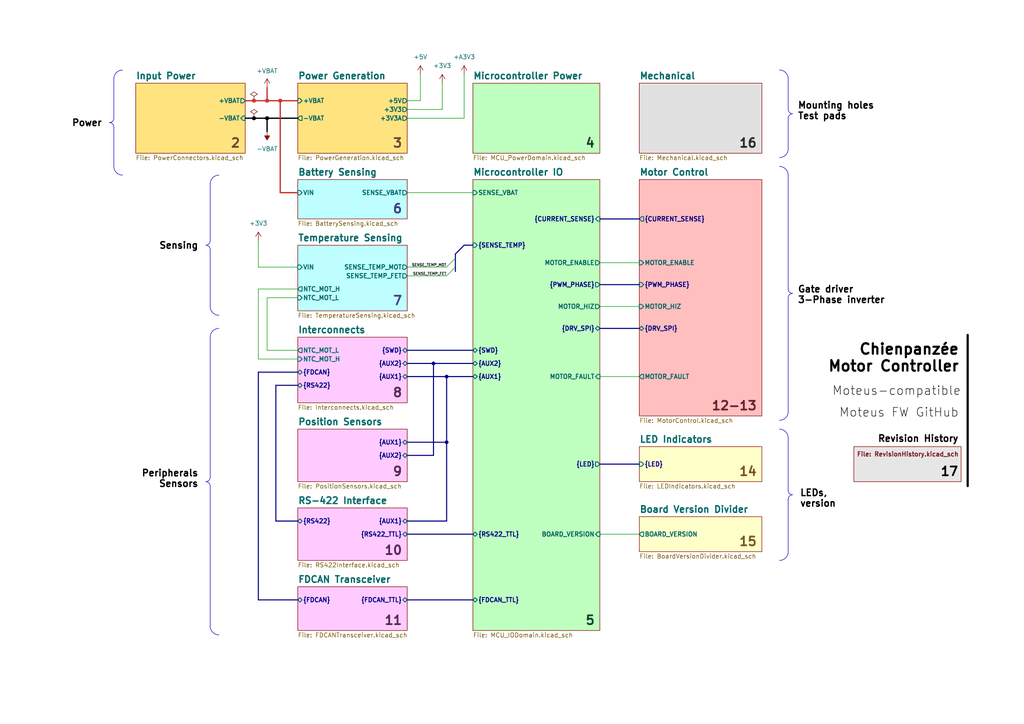
<source format=kicad_sch>
(kicad_sch (version 20230121) (generator eeschema)
  (paper "A4")
  (title_block (title "Controller Top Level") (date "2023-10-12") (company "EPFL Xplore") (comment 3 "Author: Vincent Nguyen"))
  (lib_symbols
    (symbol "0_power_symbols:+A3V3" (power) (pin_names (offset 0))
      (property "Value" "+A3V3" (at 0 3.556 0))
      (symbol "+A3V3_0_1"
        (polyline (pts (xy -0.762 1.27) (xy 0 2.54)))
        (polyline (pts (xy 0 0) (xy 0 2.54)))
        (polyline (pts (xy 0 2.54) (xy 0.762 1.27)))
      )
      (symbol "+A3V3_1_1"
        (pin power_in line (at 0 0 90) (length 0) hide (name "+A3V3") (number "1"))
      )
    )
    (symbol "0_power_symbols:+VBAT" (power) (pin_names (offset 0))
      (property "Value" "+VBAT" (at 0 3.556 0))
      (symbol "+VBAT_0_1"
        (polyline (pts (xy -0.762 1.27) (xy 0 2.54)))
        (polyline (pts (xy 0 0) (xy 0 2.54)))
        (polyline (pts (xy 0 2.54) (xy 0.762 1.27)))
      )
      (symbol "+VBAT_1_1"
        (pin power_in line (at 0 0 90) (length 0) hide (name "+VBAT") (number "1"))
      )
    )
    (symbol "0_power_symbols:-VBAT" (power) (pin_names (offset 0))
      (property "Value" "-VBAT" (at 0 3.81 0))
      (symbol "-VBAT_0_1"
        (polyline (pts (xy 0 0) (xy 0 1.27) (xy 0.762 1.27) (xy 0 2.54) (xy -0.762 1.27) (xy 0 1.27)) (fill (type outline)))
      )
      (symbol "-VBAT_1_0"
        (pin power_in line (at 0 0 90) (length 0) hide (name "-VBAT") (number "1"))
      )
    )
    (symbol "power:+3V3" (power) (pin_names (offset 0))
      (property "Value" "+3V3" (at 0 3.556 0))
      (symbol "+3V3_0_1"
        (polyline (pts (xy -0.762 1.27) (xy 0 2.54)))
        (polyline (pts (xy 0 0) (xy 0 2.54)))
        (polyline (pts (xy 0 2.54) (xy 0.762 1.27)))
      )
      (symbol "+3V3_1_1"
        (pin power_in line (at 0 0 90) (length 0) hide (name "+3V3") (number "1"))
      )
    )
    (symbol "power:+5V" (power) (pin_names (offset 0))
      (property "Value" "+5V" (at 0 3.556 0))
      (symbol "+5V_0_1"
        (polyline (pts (xy -0.762 1.27) (xy 0 2.54)))
        (polyline (pts (xy 0 0) (xy 0 2.54)))
        (polyline (pts (xy 0 2.54) (xy 0.762 1.27)))
      )
      (symbol "+5V_1_1"
        (pin power_in line (at 0 0 90) (length 0) hide (name "+5V") (number "1"))
      )
    )
    (symbol "power:PWR_FLAG" (power) (pin_numbers hide) (pin_names (offset 0) hide)
      (property "Value" "PWR_FLAG" (at 0 3.81 0))
      (symbol "PWR_FLAG_0_0"
        (pin power_out line (at 0 0 90) (length 0) (name "pwr") (number "1"))
      )
      (symbol "PWR_FLAG_0_1"
        (polyline (pts (xy 0 0) (xy 0 1.27) (xy -1.016 1.905) (xy 0 2.54) (xy 1.016 1.905) (xy 0 1.27)))
      )
    )
  )
  (bus_alias "DRV_SPI" (members "DRV_SCLK" "DRV_MISO" "DRV_MOSI" "DRV_CS"))
  (bus_alias "FDCAN_TTL" (members "FDCAN_RX" "FDCAN_TX"))
  (bus_alias "LED" (members "LED1" "LED2"))
  (bus_alias "PWM_PHASE" (members "PWM_PHASEA" "PWM_PHASEB" "PWM_PHASEC"))
  (bus_alias "FDCAN" (members "FDCAN_P" "FDCAN_N"))
  (bus_alias "SWD" (members "SWCLK" "SWDIO" "NRST"))
  (bus_alias "RS422_TTL" (members "RS422_~{RE}" "RS422_DE"))
  (bus_alias "CURRENT_SENSE" (members "SOA" "SOB" "SOC"))
  (bus_alias "SENSE_TEMP" (members "SENSE_TEMP_MOT" "SENSE_TEMP_FET"))
  (bus_alias "AUX1" (members "AUX1_A" "AUX1_B" "AUX1_C" "AUX1_D" "AUX1_E" "AUX1_I2C_PULLUP" "POS_SENSOR_CS"))
  (bus_alias "RS422" (members "RS422_A" "RS422_B" "RS422_Y" "RS422_Z"))
  (bus_alias "AUX2" (members "AUX2_A" "AUX2_B" "AUX2_C" "AUX2_D" "AUX2_I2C_PULLUP"))
  (junction (at 129.54 128.27))
  (junction (at 73.66 29.21) (diameter 1.016) (color 200 50 50 1))
  (junction (at 77.47 34.29) (diameter 1.016) (color 0 0 0 1))
  (junction (at 73.66 34.29) (diameter 1.016) (color 0 0 0 1))
  (junction (at 77.47 29.21) (diameter 1.016) (color 200 50 50 1))
  (junction (at 81.28 29.21) (diameter 1.016) (color 200 50 50 1))
  (junction (at 129.54 109.22))
  (junction (at 125.73 105.41))
  (bus_entry (at 129.54 77.47) (size 2.54 -2.54))
  (bus_entry (at 129.54 80.01) (size 2.54 -2.54))
  (wire (pts (xy 77.47 101.6) (xy 77.47 86.36)))
  (wire (pts (xy 118.11 34.29) (xy 134.62 34.29)))
  (wire (pts (xy 118.11 55.88) (xy 137.16 55.88)))
  (bus (pts (xy 173.99 134.62) (xy 185.42 134.62)))
  (bus (pts (xy 132.08 73.66) (xy 132.08 74.93)))
  (bus (pts (xy 125.73 105.41) (xy 125.73 132.08)))
  (wire (pts (xy 173.99 154.94) (xy 185.42 154.94)))
  (wire (pts (xy 73.66 34.29) (xy 77.47 34.29)) (stroke (width 0.381) (color 0 0 0 1)))
  (polyline (pts (xy 228.6 142.24) (xy 228.6 127)))
  (bus (pts (xy 132.08 74.93) (xy 132.08 77.47)))
  (bus (pts (xy 173.99 63.5) (xy 185.42 63.5)))
  (polyline (pts (xy 60.96 69.85) (xy 60.96 53.34)))
  (wire (pts (xy 118.11 80.01) (xy 129.54 80.01)))
  (polyline (pts (xy 60.96 72.39) (xy 60.96 88.9)))
  (wire (pts (xy 173.99 109.22) (xy 185.42 109.22)))
  (wire (pts (xy 77.47 86.36) (xy 86.36 86.36)))
  (wire (pts (xy 74.93 104.14) (xy 74.93 83.82)))
  (bus (pts (xy 118.11 154.94) (xy 137.16 154.94)))
  (bus (pts (xy 129.54 109.22) (xy 129.54 128.27)))
  (wire (pts (xy 81.28 29.21) (xy 86.36 29.21)) (stroke (width 0.381) (color 200 50 50 1)))
  (bus (pts (xy 118.11 132.08) (xy 125.73 132.08)))
  (polyline (pts (xy 228.6 50.8) (xy 228.6 83.82)))
  (bus (pts (xy 173.99 95.25) (xy 185.42 95.25)))
  (bus (pts (xy 129.54 109.22) (xy 137.16 109.22)))
  (bus (pts (xy 129.54 128.27) (xy 129.54 151.13)))
  (polyline (pts (xy 33.02 34.29) (xy 33.02 22.86)))
  (wire (pts (xy 74.93 83.82) (xy 86.36 83.82)))
  (bus (pts (xy 86.36 173.99) (xy 74.93 173.99)))
  (wire (pts (xy 118.11 29.21) (xy 121.92 29.21)))
  (polyline (pts (xy 280.67 97.155) (xy 280.67 140.97)) (stroke (width 0.635) (color 0 0 0 1)))
  (wire (pts (xy 73.66 29.21) (xy 71.12 29.21)) (stroke (width 0.381) (color 200 50 50 1)))
  (bus (pts (xy 173.99 82.55) (xy 185.42 82.55)))
  (wire (pts (xy 73.66 29.21) (xy 77.47 29.21)) (stroke (width 0.381) (color 200 50 50 1)))
  (bus (pts (xy 74.93 107.95) (xy 86.36 107.95)))
  (wire (pts (xy 73.66 34.29) (xy 71.12 34.29)) (stroke (width 0.381) (color 0 0 0 1)))
  (wire (pts (xy 81.28 55.88) (xy 86.36 55.88)) (stroke (width 0.381) (color 200 50 50 1)))
  (bus (pts (xy 118.11 151.13) (xy 129.54 151.13)))
  (wire (pts (xy 74.93 77.47) (xy 86.36 77.47)))
  (polyline (pts (xy 228.6 144.78) (xy 228.6 160.02)))
  (wire (pts (xy 173.99 76.2) (xy 185.42 76.2)))
  (wire (pts (xy 74.93 69.85) (xy 74.93 77.47)))
  (wire (pts (xy 86.36 104.14) (xy 74.93 104.14)))
  (wire (pts (xy 134.62 21.59) (xy 134.62 34.29)))
  (bus (pts (xy 134.62 71.12) (xy 137.16 71.12)))
  (bus (pts (xy 118.11 173.99) (xy 137.16 173.99)))
  (wire (pts (xy 77.47 34.29) (xy 86.36 34.29)) (stroke (width 0.381) (color 0 0 0 1)))
  (wire (pts (xy 86.36 101.6) (xy 77.47 101.6)))
  (polyline (pts (xy 228.6 34.29) (xy 228.6 43.18)))
  (polyline (pts (xy 33.02 36.83) (xy 33.02 48.26)))
  (bus (pts (xy 118.11 101.6) (xy 137.16 101.6)))
  (wire (pts (xy 121.92 21.59) (xy 121.92 29.21)))
  (bus (pts (xy 80.01 151.13) (xy 86.36 151.13)))
  (polyline (pts (xy 228.6 86.36) (xy 228.6 119.38)))
  (polyline (pts (xy 60.96 140.97) (xy 60.96 181.61)))
  (wire (pts (xy 118.11 31.75) (xy 128.27 31.75)))
  (bus (pts (xy 80.01 111.76) (xy 80.01 151.13)))
  (bus (pts (xy 118.11 128.27) (xy 129.54 128.27)))
  (bus (pts (xy 86.36 111.76) (xy 80.01 111.76)))
  (bus (pts (xy 74.93 107.95) (xy 74.93 173.99)))
  (wire (pts (xy 77.47 25.4) (xy 77.47 29.21)) (stroke (width 0.381) (color 200 50 50 1)))
  (bus (pts (xy 118.11 105.41) (xy 125.73 105.41)))
  (wire (pts (xy 81.28 29.21) (xy 81.28 55.88)) (stroke (width 0.381) (color 200 50 50 1)))
  (wire (pts (xy 173.99 88.9) (xy 185.42 88.9)))
  (bus (pts (xy 125.73 105.41) (xy 137.16 105.41)))
  (polyline (pts (xy 60.96 97.79) (xy 60.96 138.43)))
  (wire (pts (xy 118.11 77.47) (xy 129.54 77.47)))
  (bus (pts (xy 132.08 73.66) (xy 134.62 71.12)))
  (wire (pts (xy 77.47 29.21) (xy 81.28 29.21)) (stroke (width 0.381) (color 200 50 50 1)))
  (bus (pts (xy 118.11 109.22) (xy 129.54 109.22)))
  (wire (pts (xy 77.47 34.29) (xy 77.47 38.1)) (stroke (width 0.381) (color 0 0 0 1)))
  (bus (pts (xy 132.08 77.47) (xy 132.08 78.74)))
  (polyline (pts (xy 228.6 22.86) (xy 228.6 31.75)))
  (wire (pts (xy 128.27 24.13) (xy 128.27 31.75)))
  (arc (start 60.96 69.85) (mid 60.5848 70.7448) (end 59.69 71.12))
  (arc (start 60.96 138.43) (mid 60.5851 139.3251) (end 59.69 139.7))
  (arc (start 228.6 160.02) (mid 227.8546 161.8146) (end 226.06 162.56))
  (arc (start 31.75 35.56) (mid 32.6451 35.9349) (end 33.02 36.83))
  (arc (start 228.6 86.36) (mid 228.9749 85.4649) (end 229.87 85.09))
  (arc (start 59.69 139.7) (mid 60.5851 140.0749) (end 60.96 140.97))
  (arc (start 229.89 33) (mid 228.9949 32.6251) (end 228.62 31.73))
  (arc (start 226.08 20.3) (mid 227.8702 21.0498) (end 228.62 22.84))
  (arc (start 229.87 85.09) (mid 228.9749 84.7151) (end 228.6 83.82))
  (arc (start 63.5 91.44) (mid 61.7093 90.6907) (end 60.96 88.9))
  (arc (start 33.02 34.29) (mid 32.6451 35.1851) (end 31.75 35.56))
  (arc (start 226.06 48.26) (mid 227.8502 49.0098) (end 228.6 50.8))
  (arc (start 33.02 22.86) (mid 33.7654 21.0654) (end 35.56 20.32))
  (arc (start 228.62 119.36) (mid 227.8761 121.1561) (end 226.08 121.9))
  (arc (start 59.69 71.12) (mid 60.5848 71.4952) (end 60.96 72.39))
  (arc (start 226.06 124.46) (mid 227.8502 125.2098) (end 228.6 127))
  (arc (start 228.62 34.27) (mid 228.9949 33.3749) (end 229.89 33))
  (arc (start 35.56 50.8) (mid 33.7698 50.0502) (end 33.02 48.26))
  (arc (start 229.87 143.51) (mid 228.9749 143.1351) (end 228.6 142.24))
  (arc (start 60.96 53.34) (mid 61.7054 51.5454) (end 63.5 50.8))
  (arc (start 60.96 97.79) (mid 61.7054 95.9954) (end 63.5 95.25))
  (arc (start 63.5 184.15) (mid 61.7098 183.4002) (end 60.96 181.61))
  (arc (start 228.62 43.16) (mid 227.8761 44.9561) (end 226.08 45.7))
  (arc (start 228.6 144.78) (mid 228.9749 143.8849) (end 229.87 143.51))
  (text_box "Mounting holes\nTest pads" (at 229.87 27.94 0) (size 26.015 10.18) (stroke (width -0.0001)) (effects (font (size 1.905 1.905) (thickness 0.381) bold) (justify left top)))
  (text_box "LEDs, version" (at 230.505 140.335 0) (size 13.335 7.62) (stroke (width -0.0001)) (effects (font (size 1.905 1.905) (thickness 0.381) bold) (justify left top)))
  (text_box "Chienpanzée Motor Controller" (at 237.49 97.155 0) (size 43.18 19.05) (stroke (width -0.0001)) (effects (font (size 3.048 3.048) (thickness 0.6096) bold) (justify right top)))
  (text_box "Gate driver\n3-Phase inverter" (at 229.87 81.28 0) (size 29.21 10.16) (stroke (width -0.0001)) (effects (font (size 1.905 1.905) (thickness 0.381) bold) (justify left top)))
  (text_box "Peripherals\nSensors" (at 39.37 134.62 0) (size 19.685 10.16) (stroke (width -0.0001)) (effects (font (size 1.905 1.905) (thickness 0.381) bold) (justify right top)))
  (text_box "Power" (at 17.78 33.02 0) (size 13.335 5.08) (stroke (width -0.0001)) (effects (font (size 1.905 1.905) (thickness 0.381) bold) (justify right top)))
  (text_box "Sensing" (at 45.72 68.58 0) (size 13.335 5.08) (stroke (width -0.0001)) (effects (font (size 1.905 1.905) (thickness 0.381) bold) (justify right top)))
  (text_box "Moteus-compatible" (at 240.03 109.855 0) (size 40.64 6.985) (stroke (width -0.0001)) (effects (font (size 2.54 2.54)) (justify right top)))
  (text "17" (at 278.13 138.43 0) (effects (font (size 2.54 2.54) bold) (justify right bottom)))
  (text "15" (at 219.71 158.75 0) (effects (font (size 2.54 2.54) bold) (justify right bottom)))
  (text "Moteus FW GitHub\n" (at 278.13 121.285 0) (effects (font (size 2.54 2.54)) (justify right bottom)))
  (text "5" (at 172.72 181.61 0) (effects (font (size 2.54 2.54) bold) (justify right bottom)))
  (text "9" (at 116.84 138.43 0) (effects (font (size 2.54 2.54) bold) (justify right bottom)))
  (text "4" (at 172.72 43.18 0) (effects (font (size 2.54 2.54) bold) (justify right bottom)))
  (text "File: RevisionHistory.kicad_sch" (at 278.13 132.715 0) (effects (font (size 1.27 1.27) bold) (justify right bottom)))
  (text "14" (at 219.71 138.43 0) (effects (font (size 2.54 2.54) bold) (justify right bottom)))
  (text "3" (at 116.84 43.18 0) (effects (font (size 2.54 2.54) bold) (justify right bottom)))
  (text "8" (at 116.84 115.57 0) (effects (font (size 2.54 2.54) bold) (justify right bottom)))
  (text "2" (at 69.85 43.18 0) (effects (font (size 2.54 2.54) bold) (justify right bottom)))
  (text "6" (at 116.84 62.23 0) (effects (font (size 2.54 2.54) bold) (justify right bottom)))
  (text "10" (at 116.84 161.29 0) (effects (font (size 2.54 2.54) bold) (justify right bottom)))
  (text "7" (at 116.84 88.9 0) (effects (font (size 2.54 2.54) bold) (justify right bottom)))
  (text "12-13" (at 219.71 119.38 0) (effects (font (size 2.54 2.54) bold) (justify right bottom)))
  (text "11" (at 116.84 181.61 0) (effects (font (size 2.54 2.54) bold) (justify right bottom)))
  (text "16" (at 219.71 43.18 0) (effects (font (size 2.54 2.54) bold) (justify right bottom)))
  (label "SENSE_TEMP_MOT" (at 129.54 77.47 180) (effects (font (size 0.762 0.762))))
  (label "SENSE_TEMP_FET" (at 129.54 80.01 180) (effects (font (size 0.762 0.762))))
  (symbol (lib_id "power:PWR_FLAG") (at 73.66 34.29 0) (unit 1)
    (property "Reference" "#FLG02" (effects hide))
    (property "Value" "PWR_FLAG" (effects hide))
  )
  (symbol (lib_id "0_power_symbols:+A3V3") (at 134.62 21.59 0) (unit 1)
    (property "Reference" "#PWR06" (effects hide))
    (property "Value" "+A3V3" (at 134.62 16.51 0))
  )
  (symbol (lib_id "power:+3V3") (at 74.93 69.85 0) (unit 1)
    (property "Reference" "#PWR01" (effects hide))
    (property "Value" "+3V3" (at 74.93 64.77 0))
  )
  (symbol (lib_id "power:+5V") (at 121.92 21.59 0) (unit 1)
    (property "Reference" "#PWR04" (effects hide))
    (property "Value" "+5V" (at 121.92 16.51 0))
  )
  (symbol (lib_id "0_power_symbols:+VBAT") (at 77.47 25.4 0) (unit 1)
    (property "Reference" "#PWR02" (effects hide))
    (property "Value" "+VBAT" (at 77.47 20.574 0))
  )
  (symbol (lib_id "power:+3V3") (at 128.27 24.13 0) (unit 1)
    (property "Reference" "#PWR05" (effects hide))
    (property "Value" "+3V3" (at 128.27 19.05 0))
  )
  (symbol (lib_id "power:PWR_FLAG") (at 73.66 29.21 0) (unit 1)
    (property "Reference" "#FLG01" (effects hide))
    (property "Value" "PWR_FLAG" (effects hide))
  )
  (symbol (lib_id "0_power_symbols:-VBAT") (at 77.47 38.1 180) (unit 1)
    (property "Reference" "#PWR03" (effects hide))
    (property "Value" "-VBAT" (at 77.47 43.18 0))
  )
  (sheet (at 137.16 24.13) (size 36.83 20.32) (stroke (width 0.1524)) (fill (color 128 255 128 0.5000))
    (property "Sheetname" "Microcontroller Power" (at 137.16 23.1009 0) (effects (font (size 1.905 1.905) bold) (justify left bottom)))
    (property "Sheetfile" "MCU_PowerDomain.kicad_sch" (at 137.16 45.0346 0) (effects (justify left top)))
  )
  (sheet (at 86.36 147.32) (size 31.75 15.24) (stroke (width 0.1524)) (fill (color 255 150 255 0.5000))
    (property "Sheetname" "RS-422 Interface" (at 86.36 146.2909 0) (effects (font (size 1.905 1.905) bold) (justify left bottom)))
    (property "Sheetfile" "RS422Interface.kicad_sch" (at 86.36 163.1446 0) (effects (justify left top)))
    (pin "{RS422_TTL}" bidirectional (at 118.11 154.94 0) (effects (font (thickness 0.254) bold)))
    (pin "{RS422}" bidirectional (at 86.36 151.13 180) (effects (font (thickness 0.254) bold)))
    (pin "{AUX1}" bidirectional (at 118.11 151.13 0) (effects (font (thickness 0.254) bold)))
  )
  (sheet (at 137.16 52.07) (size 36.83 130.81) (stroke (width 0.1524)) (fill (color 128 255 128 0.5000))
    (property "Sheetname" "Microcontroller IO" (at 137.16 51.0409 0) (effects (font (size 1.905 1.905) bold) (justify left bottom)))
    (property "Sheetfile" "MCU_IODomain.kicad_sch" (at 137.16 183.4646 0) (effects (justify left top)))
    (pin "{RS422_TTL}" bidirectional (at 137.16 154.94 180) (effects (font (thickness 0.254) bold)))
    (pin "{SWD}" bidirectional (at 137.16 101.6 180) (effects (font (thickness 0.254) bold)))
    (pin "{LED}" output (at 173.99 134.62 0) (effects (font (thickness 0.254) bold)))
    (pin "BOARD_VERSION" input (at 173.99 154.94 0) (effects (font (thickness 0.254) bold)))
    (pin "MOTOR_FAULT" input (at 173.99 109.22 0) (effects (font (thickness 0.254) bold)))
    (pin "MOTOR_ENABLE" output (at 173.99 76.2 0) (effects (font (thickness 0.254) bold)))
    (pin "MOTOR_HIZ" output (at 173.99 88.9 0) (effects (font (thickness 0.254) bold)))
    (pin "{CURRENT_SENSE}" input (at 173.99 63.5 0) (effects (font (thickness 0.254) bold)))
    (pin "{PWM_PHASE}" output (at 173.99 82.55 0) (effects (font (thickness 0.254) bold)))
    (pin "{DRV_SPI}" bidirectional (at 173.99 95.25 0) (effects (font (thickness 0.254) bold)))
    (pin "{AUX1}" bidirectional (at 137.16 109.22 180) (effects (font (thickness 0.254) bold)))
    (pin "{AUX2}" bidirectional (at 137.16 105.41 180) (effects (font (thickness 0.254) bold)))
    (pin "{FDCAN_TTL}" bidirectional (at 137.16 173.99 180) (effects (font (thickness 0.254) bold)))
    (pin "{SENSE_TEMP}" input (at 137.16 71.12 180) (effects (font (thickness 0.254) bold)))
    (pin "SENSE_VBAT" input (at 137.16 55.88 180) (effects (font (thickness 0.254) bold)))
  )
  (sheet (at 185.42 129.54) (size 35.56 10.16) (stroke (width 0.1524)) (fill (color 255 255 150 0.5000))
    (property "Sheetname" "LED Indicators" (at 185.42 128.5109 0) (effects (font (size 1.905 1.905) bold) (justify left bottom)))
    (property "Sheetfile" "LEDIndicators.kicad_sch" (at 185.42 140.2846 0) (effects (justify left top)))
    (pin "{LED}" input (at 185.42 134.62 180) (effects (font (thickness 0.254) bold)))
  )
  (sheet (at 185.42 149.86) (size 35.56 10.16) (stroke (width 0.1524)) (fill (color 255 255 150 0.5000))
    (property "Sheetname" "Board Version Divider" (at 185.42 148.8309 0) (effects (font (size 1.905 1.905) bold) (justify left bottom)))
    (property "Sheetfile" "BoardVersionDivider.kicad_sch" (at 185.42 160.6046 0) (effects (justify left top)))
    (pin "BOARD_VERSION" output (at 185.42 154.94 180) (effects (font (thickness 0.254) bold)))
  )
  (sheet (at 86.36 52.07) (size 31.75 11.43) (stroke (width 0.1524)) (fill (color 128 255 255 0.5000))
    (property "Sheetname" "Battery Sensing" (at 86.36 51.0409 0) (effects (font (size 1.905 1.905) bold) (justify left bottom)))
    (property "Sheetfile" "BatterySensing.kicad_sch" (at 86.36 64.0846 0) (effects (justify left top)))
    (pin "VIN" input (at 86.36 55.88 180) (effects (font (thickness 0.254) bold)))
    (pin "SENSE_VBAT" output (at 118.11 55.88 0) (effects (font (thickness 0.254) bold)))
  )
  (sheet (at 86.36 170.18) (size 31.75 12.7) (stroke (width 0.1524)) (fill (color 255 150 255 0.5000))
    (property "Sheetname" "FDCAN Transceiver" (at 86.36 169.1509 0) (effects (font (size 1.905 1.905) bold) (justify left bottom)))
    (property "Sheetfile" "FDCANTransceiver.kicad_sch" (at 86.36 183.4646 0) (effects (justify left top)))
    (pin "{FDCAN_TTL}" bidirectional (at 118.11 173.99 0) (effects (font (thickness 0.254) bold)))
    (pin "{FDCAN}" bidirectional (at 86.36 173.99 180) (effects (font (thickness 0.254) bold)))
  )
  (sheet (at 39.37 24.13) (size 31.75 20.32) (stroke (width 0.1524)) (fill (color 255 200 0 0.5000))
    (property "Sheetname" "Input Power" (at 39.37 23.1009 0) (effects (font (size 1.905 1.905) bold) (justify left bottom)))
    (property "Sheetfile" "PowerConnectors.kicad_sch" (at 39.37 45.0346 0) (effects (justify left top)))
    (pin "-VBAT" input (at 71.12 34.29 0) (effects (font (thickness 0.254) bold)))
    (pin "+VBAT" output (at 71.12 29.21 0) (effects (font (thickness 0.254) bold)))
  )
  (sheet (at 185.42 52.07) (size 35.56 68.58) (stroke (width 0.1524)) (fill (color 255 128 128 0.5000))
    (property "Sheetname" "Motor Control" (at 185.42 51.0409 0) (effects (font (size 1.905 1.905) bold) (justify left bottom)))
    (property "Sheetfile" "MotorControl.kicad_sch" (at 185.42 121.2346 0) (effects (justify left top)))
    (pin "MOTOR_FAULT" output (at 185.42 109.22 180) (effects (font (thickness 0.254) bold)))
    (pin "MOTOR_HIZ" input (at 185.42 88.9 180) (effects (font (thickness 0.254) bold)))
    (pin "{DRV_SPI}" bidirectional (at 185.42 95.25 180) (effects (font (thickness 0.254) bold)))
    (pin "MOTOR_ENABLE" input (at 185.42 76.2 180) (effects (font (thickness 0.254) bold)))
    (pin "{PWM_PHASE}" input (at 185.42 82.55 180) (effects (font (thickness 0.254) bold)))
    (pin "{CURRENT_SENSE}" output (at 185.42 63.5 180) (effects (font (thickness 0.254) bold)))
  )
  (sheet (at 86.36 124.46) (size 31.75 15.24) (stroke (width 0.1524)) (fill (color 255 150 255 0.5000))
    (property "Sheetname" "Position Sensors" (at 86.36 123.4309 0) (effects (font (size 1.905 1.905) bold) (justify left bottom)))
    (property "Sheetfile" "PositionSensors.kicad_sch" (at 86.36 140.2846 0) (effects (justify left top)))
    (pin "{AUX1}" bidirectional (at 118.11 128.27 0) (effects (font (thickness 0.254) bold)))
    (pin "{AUX2}" bidirectional (at 118.11 132.08 0) (effects (font (thickness 0.254) bold)))
  )
  (sheet (at 86.36 24.13) (size 31.75 20.32) (stroke (width 0.1524)) (fill (color 255 200 0 0.5000))
    (property "Sheetname" "Power Generation" (at 86.36 23.1009 0) (effects (font (size 1.905 1.905) bold) (justify left bottom)))
    (property "Sheetfile" "PowerGeneration.kicad_sch" (at 86.36 45.0346 0) (effects (justify left top)))
    (pin "-VBAT" output (at 86.36 34.29 180) (effects (font (thickness 0.254) bold)))
    (pin "+VBAT" input (at 86.36 29.21 180) (effects (font (thickness 0.254) bold)))
    (pin "+5V" output (at 118.11 29.21 0) (effects (font (thickness 0.254) bold)))
    (pin "+3V3" output (at 118.11 31.75 0) (effects (font (thickness 0.254) bold)))
    (pin "+3V3A" output (at 118.11 34.29 0) (effects (font (thickness 0.254) bold)))
  )
  (sheet (at 86.36 71.12) (size 31.75 19.05) (stroke (width 0.1524)) (fill (color 128 255 255 0.5000))
    (property "Sheetname" "Temperature Sensing" (at 86.36 70.0909 0) (effects (font (size 1.905 1.905) bold) (justify left bottom)))
    (property "Sheetfile" "TemperatureSensing.kicad_sch" (at 86.36 90.7546 0) (effects (justify left top)))
    (pin "SENSE_TEMP_MOT" output (at 118.11 77.47 0) (effects (font (thickness 0.254) bold)))
    (pin "VIN" input (at 86.36 77.47 180) (effects (font (thickness 0.254) bold)))
    (pin "SENSE_TEMP_FET" output (at 118.11 80.01 0) (effects (font (thickness 0.254) bold)))
    (pin "NTC_MOT_L" input (at 86.36 86.36 180) (effects (font (thickness 0.254) bold)))
    (pin "NTC_MOT_H" output (at 86.36 83.82 180) (effects (font (thickness 0.254) bold)))
  )
  (sheet (at 86.36 97.79) (size 31.75 19.05) (stroke (width 0.1524)) (fill (color 255 150 255 0.5000))
    (property "Sheetname" "Interconnects" (at 86.36 96.7609 0) (effects (font (size 1.905 1.905) bold) (justify left bottom)))
    (property "Sheetfile" "Interconnects.kicad_sch" (at 86.36 117.4246 0) (effects (justify left top)))
    (pin "NTC_MOT_H" input (at 86.36 104.14 180) (effects (font (thickness 0.254) bold)))
    (pin "NTC_MOT_L" output (at 86.36 101.6 180) (effects (font (thickness 0.254) bold)))
    (pin "{AUX2}" bidirectional (at 118.11 105.41 0) (effects (font (thickness 0.254) bold)))
    (pin "{AUX1}" bidirectional (at 118.11 109.22 0) (effects (font (thickness 0.254) bold)))
    (pin "{FDCAN}" bidirectional (at 86.36 107.95 180) (effects (font (thickness 0.254) bold)))
    (pin "{SWD}" bidirectional (at 118.11 101.6 0) (effects (font (thickness 0.254) bold)))
    (pin "{RS422}" bidirectional (at 86.36 111.76 180) (effects (font (thickness 0.254) bold)))
  )
  (sheet (at 247.65 129.54) (size 31.115 10.16) (stroke (width 0.1524)) (fill (color 0 0 0 0.1000))
    (property "Sheetname" "Revision History" (at 278.13 128.27 0) (effects (font (size 1.905 1.905) bold) (justify right bottom)))
    (property "Sheetfile" "RevisionHistory.kicad_sch" (effects hide))
  )
  (sheet (at 185.42 24.13) (size 35.56 20.32) (stroke (width 0.1524)) (fill (color 0 0 0 0.1200))
    (property "Sheetname" "Mechanical" (at 185.42 23.1009 0) (effects (font (size 1.905 1.905) bold) (justify left bottom)))
    (property "Sheetfile" "Mechanical.kicad_sch" (at 185.42 45.0346 0) (effects (justify left top)))
  )
)
</source>
